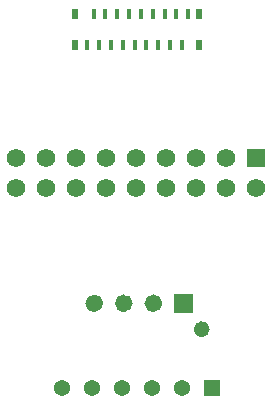
<source format=gts>
%TF.GenerationSoftware,KiCad,Pcbnew,6.0.10-86aedd382b~118~ubuntu18.04.1*%
%TF.CreationDate,2023-06-08T12:44:11-07:00*%
%TF.ProjectId,1000027_V0,31303030-3032-4375-9f56-302e6b696361,rev?*%
%TF.SameCoordinates,Original*%
%TF.FileFunction,Soldermask,Top*%
%TF.FilePolarity,Negative*%
%FSLAX46Y46*%
G04 Gerber Fmt 4.6, Leading zero omitted, Abs format (unit mm)*
G04 Created by KiCad (PCBNEW 6.0.10-86aedd382b~118~ubuntu18.04.1) date 2023-06-08 12:44:11*
%MOMM*%
%LPD*%
G01*
G04 APERTURE LIST*
%ADD10C,0.751200*%
%ADD11C,0.676200*%
%ADD12C,0.010000*%
%ADD13R,1.370000X1.370000*%
%ADD14C,1.370000*%
%ADD15C,1.200000*%
%ADD16R,1.575000X1.575000*%
%ADD17C,1.575000*%
%ADD18R,0.605600X0.832200*%
%ADD19R,0.400000X0.850000*%
G04 APERTURE END LIST*
D10*
%TO.C,J4*%
X148731600Y-99105800D02*
G75*
G03*
X148731600Y-99105800I-375600J0D01*
G01*
D11*
X155294100Y-101305800D02*
G75*
G03*
X155294100Y-101305800I-338100J0D01*
G01*
D10*
X146231600Y-99105800D02*
G75*
G03*
X146231600Y-99105800I-375600J0D01*
G01*
X151231600Y-99105800D02*
G75*
G03*
X151231600Y-99105800I-375600J0D01*
G01*
G36*
X154107200Y-99857000D02*
G01*
X152604800Y-99857000D01*
X152604800Y-98354600D01*
X154107200Y-98354600D01*
X154107200Y-99857000D01*
G37*
D12*
X154107200Y-99857000D02*
X152604800Y-99857000D01*
X152604800Y-98354600D01*
X154107200Y-98354600D01*
X154107200Y-99857000D01*
%TD*%
D13*
%TO.C,J3*%
X155829000Y-106299000D03*
D14*
X153289000Y-106299000D03*
X150749000Y-106299000D03*
X148209000Y-106299000D03*
X145669000Y-106299000D03*
X143129000Y-106299000D03*
%TD*%
D15*
%TO.C,J4*%
X154956000Y-101305800D03*
%TD*%
D16*
%TO.C,J1*%
X159530000Y-86778000D03*
D17*
X159530000Y-89318000D03*
X156990000Y-86778000D03*
X156990000Y-89318000D03*
X154450000Y-86778000D03*
X154450000Y-89318000D03*
X151910000Y-86778000D03*
X151910000Y-89318000D03*
X149370000Y-86778000D03*
X149370000Y-89318000D03*
X146830000Y-86778000D03*
X146830000Y-89318000D03*
X144290000Y-86778000D03*
X144290000Y-89318000D03*
X141750000Y-86778000D03*
X141750000Y-89318000D03*
X139210000Y-86778000D03*
X139210000Y-89318000D03*
%TD*%
D18*
%TO.C,J2*%
X154741982Y-74614649D03*
X144251782Y-77281649D03*
X144251782Y-74614649D03*
X154741982Y-77281649D03*
D19*
X153806457Y-74638625D03*
X153268827Y-77265291D03*
X152800836Y-74641999D03*
X152268184Y-77265291D03*
X151806272Y-74645984D03*
X151280657Y-77274849D03*
X150795522Y-74645984D03*
X150272336Y-77274849D03*
X149809068Y-74645984D03*
X149272114Y-77270799D03*
X148804183Y-74639096D03*
X148267842Y-77274849D03*
X147796020Y-74639096D03*
X147261007Y-77269986D03*
X146800523Y-74648349D03*
X146269693Y-77275817D03*
X145801650Y-74648349D03*
X145271167Y-77275450D03*
%TD*%
M02*

</source>
